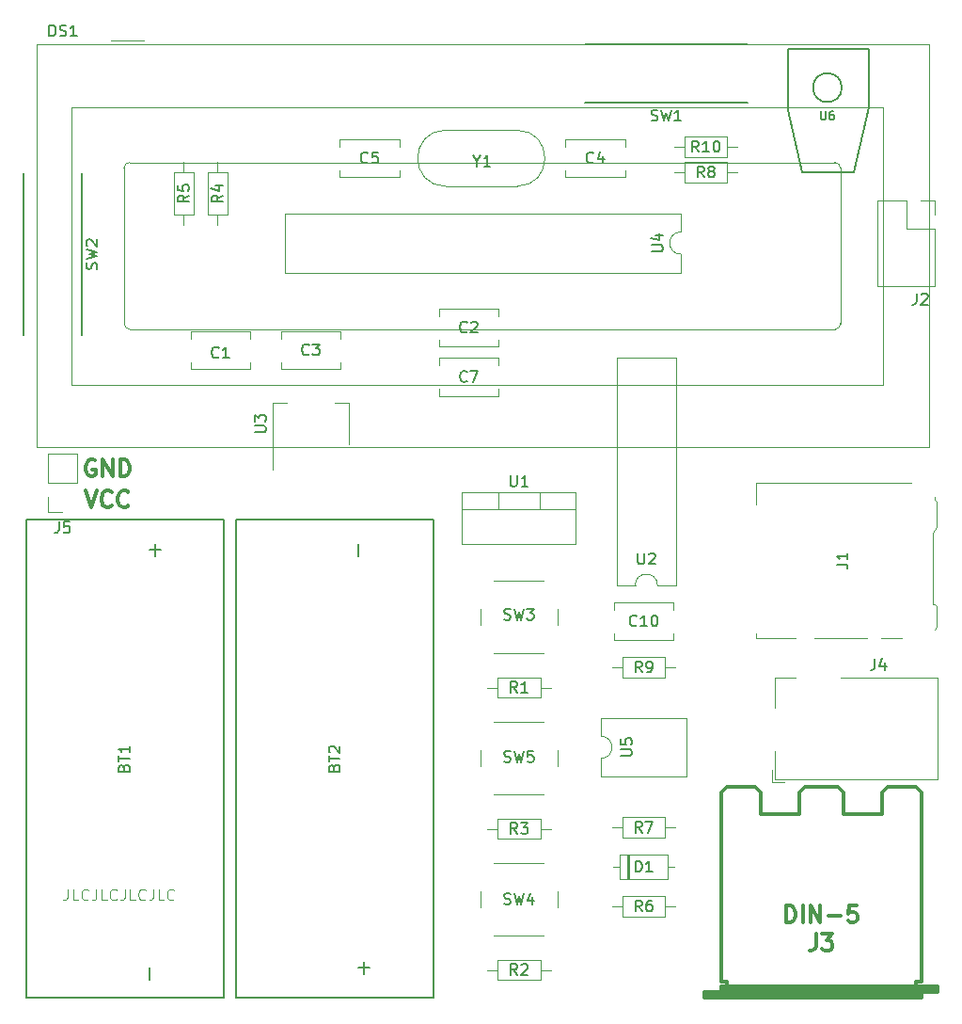
<source format=gbr>
%TF.GenerationSoftware,KiCad,Pcbnew,(6.0.7)*%
%TF.CreationDate,2022-08-03T23:00:46+02:00*%
%TF.ProjectId,SD_interrupter,53445f69-6e74-4657-9272-75707465722e,rev?*%
%TF.SameCoordinates,Original*%
%TF.FileFunction,Legend,Top*%
%TF.FilePolarity,Positive*%
%FSLAX46Y46*%
G04 Gerber Fmt 4.6, Leading zero omitted, Abs format (unit mm)*
G04 Created by KiCad (PCBNEW (6.0.7)) date 2022-08-03 23:00:46*
%MOMM*%
%LPD*%
G01*
G04 APERTURE LIST*
%ADD10C,0.300000*%
%ADD11C,0.125000*%
%ADD12C,0.150000*%
%ADD13C,0.120000*%
%ADD14C,0.127000*%
%ADD15C,0.304800*%
G04 APERTURE END LIST*
D10*
X28575142Y-62750000D02*
X28432285Y-62678571D01*
X28218000Y-62678571D01*
X28003714Y-62750000D01*
X27860857Y-62892857D01*
X27789428Y-63035714D01*
X27718000Y-63321428D01*
X27718000Y-63535714D01*
X27789428Y-63821428D01*
X27860857Y-63964285D01*
X28003714Y-64107142D01*
X28218000Y-64178571D01*
X28360857Y-64178571D01*
X28575142Y-64107142D01*
X28646571Y-64035714D01*
X28646571Y-63535714D01*
X28360857Y-63535714D01*
X29289428Y-64178571D02*
X29289428Y-62678571D01*
X30146571Y-64178571D01*
X30146571Y-62678571D01*
X30860857Y-64178571D02*
X30860857Y-62678571D01*
X31218000Y-62678571D01*
X31432285Y-62750000D01*
X31575142Y-62892857D01*
X31646571Y-63035714D01*
X31718000Y-63321428D01*
X31718000Y-63535714D01*
X31646571Y-63821428D01*
X31575142Y-63964285D01*
X31432285Y-64107142D01*
X31218000Y-64178571D01*
X30860857Y-64178571D01*
X27718000Y-65472571D02*
X28218000Y-66972571D01*
X28718000Y-65472571D01*
X30075142Y-66829714D02*
X30003714Y-66901142D01*
X29789428Y-66972571D01*
X29646571Y-66972571D01*
X29432285Y-66901142D01*
X29289428Y-66758285D01*
X29218000Y-66615428D01*
X29146571Y-66329714D01*
X29146571Y-66115428D01*
X29218000Y-65829714D01*
X29289428Y-65686857D01*
X29432285Y-65544000D01*
X29646571Y-65472571D01*
X29789428Y-65472571D01*
X30003714Y-65544000D01*
X30075142Y-65615428D01*
X31575142Y-66829714D02*
X31503714Y-66901142D01*
X31289428Y-66972571D01*
X31146571Y-66972571D01*
X30932285Y-66901142D01*
X30789428Y-66758285D01*
X30718000Y-66615428D01*
X30646571Y-66329714D01*
X30646571Y-66115428D01*
X30718000Y-65829714D01*
X30789428Y-65686857D01*
X30932285Y-65544000D01*
X31146571Y-65472571D01*
X31289428Y-65472571D01*
X31503714Y-65544000D01*
X31575142Y-65615428D01*
D11*
X26114952Y-101306380D02*
X26114952Y-102020666D01*
X26067333Y-102163523D01*
X25972095Y-102258761D01*
X25829238Y-102306380D01*
X25734000Y-102306380D01*
X27067333Y-102306380D02*
X26591142Y-102306380D01*
X26591142Y-101306380D01*
X27972095Y-102211142D02*
X27924476Y-102258761D01*
X27781619Y-102306380D01*
X27686380Y-102306380D01*
X27543523Y-102258761D01*
X27448285Y-102163523D01*
X27400666Y-102068285D01*
X27353047Y-101877809D01*
X27353047Y-101734952D01*
X27400666Y-101544476D01*
X27448285Y-101449238D01*
X27543523Y-101354000D01*
X27686380Y-101306380D01*
X27781619Y-101306380D01*
X27924476Y-101354000D01*
X27972095Y-101401619D01*
X28686380Y-101306380D02*
X28686380Y-102020666D01*
X28638761Y-102163523D01*
X28543523Y-102258761D01*
X28400666Y-102306380D01*
X28305428Y-102306380D01*
X29638761Y-102306380D02*
X29162571Y-102306380D01*
X29162571Y-101306380D01*
X30543523Y-102211142D02*
X30495904Y-102258761D01*
X30353047Y-102306380D01*
X30257809Y-102306380D01*
X30114952Y-102258761D01*
X30019714Y-102163523D01*
X29972095Y-102068285D01*
X29924476Y-101877809D01*
X29924476Y-101734952D01*
X29972095Y-101544476D01*
X30019714Y-101449238D01*
X30114952Y-101354000D01*
X30257809Y-101306380D01*
X30353047Y-101306380D01*
X30495904Y-101354000D01*
X30543523Y-101401619D01*
X31257809Y-101306380D02*
X31257809Y-102020666D01*
X31210190Y-102163523D01*
X31114952Y-102258761D01*
X30972095Y-102306380D01*
X30876857Y-102306380D01*
X32210190Y-102306380D02*
X31734000Y-102306380D01*
X31734000Y-101306380D01*
X33114952Y-102211142D02*
X33067333Y-102258761D01*
X32924476Y-102306380D01*
X32829238Y-102306380D01*
X32686380Y-102258761D01*
X32591142Y-102163523D01*
X32543523Y-102068285D01*
X32495904Y-101877809D01*
X32495904Y-101734952D01*
X32543523Y-101544476D01*
X32591142Y-101449238D01*
X32686380Y-101354000D01*
X32829238Y-101306380D01*
X32924476Y-101306380D01*
X33067333Y-101354000D01*
X33114952Y-101401619D01*
X33829238Y-101306380D02*
X33829238Y-102020666D01*
X33781619Y-102163523D01*
X33686380Y-102258761D01*
X33543523Y-102306380D01*
X33448285Y-102306380D01*
X34781619Y-102306380D02*
X34305428Y-102306380D01*
X34305428Y-101306380D01*
X35686380Y-102211142D02*
X35638761Y-102258761D01*
X35495904Y-102306380D01*
X35400666Y-102306380D01*
X35257809Y-102258761D01*
X35162571Y-102163523D01*
X35114952Y-102068285D01*
X35067333Y-101877809D01*
X35067333Y-101734952D01*
X35114952Y-101544476D01*
X35162571Y-101449238D01*
X35257809Y-101354000D01*
X35400666Y-101306380D01*
X35495904Y-101306380D01*
X35638761Y-101354000D01*
X35686380Y-101401619D01*
D12*
%TO.C,R6*%
X77811333Y-103322380D02*
X77478000Y-102846190D01*
X77239904Y-103322380D02*
X77239904Y-102322380D01*
X77620857Y-102322380D01*
X77716095Y-102370000D01*
X77763714Y-102417619D01*
X77811333Y-102512857D01*
X77811333Y-102655714D01*
X77763714Y-102750952D01*
X77716095Y-102798571D01*
X77620857Y-102846190D01*
X77239904Y-102846190D01*
X78668476Y-102322380D02*
X78478000Y-102322380D01*
X78382761Y-102370000D01*
X78335142Y-102417619D01*
X78239904Y-102560476D01*
X78192285Y-102750952D01*
X78192285Y-103131904D01*
X78239904Y-103227142D01*
X78287523Y-103274761D01*
X78382761Y-103322380D01*
X78573238Y-103322380D01*
X78668476Y-103274761D01*
X78716095Y-103227142D01*
X78763714Y-103131904D01*
X78763714Y-102893809D01*
X78716095Y-102798571D01*
X78668476Y-102750952D01*
X78573238Y-102703333D01*
X78382761Y-102703333D01*
X78287523Y-102750952D01*
X78239904Y-102798571D01*
X78192285Y-102893809D01*
%TO.C,BT1*%
X31175571Y-90385714D02*
X31223190Y-90242857D01*
X31270809Y-90195238D01*
X31366047Y-90147619D01*
X31508904Y-90147619D01*
X31604142Y-90195238D01*
X31651761Y-90242857D01*
X31699380Y-90338095D01*
X31699380Y-90719047D01*
X30699380Y-90719047D01*
X30699380Y-90385714D01*
X30747000Y-90290476D01*
X30794619Y-90242857D01*
X30889857Y-90195238D01*
X30985095Y-90195238D01*
X31080333Y-90242857D01*
X31127952Y-90290476D01*
X31175571Y-90385714D01*
X31175571Y-90719047D01*
X30699380Y-89861904D02*
X30699380Y-89290476D01*
X31699380Y-89576190D02*
X30699380Y-89576190D01*
X31699380Y-88433333D02*
X31699380Y-89004761D01*
X31699380Y-88719047D02*
X30699380Y-88719047D01*
X30842238Y-88814285D01*
X30937476Y-88909523D01*
X30985095Y-89004761D01*
X34009000Y-71337333D02*
X34009000Y-70270666D01*
X34542333Y-70804000D02*
X33475666Y-70804000D01*
X33501000Y-109437333D02*
X33501000Y-108370666D01*
%TO.C,U2*%
X77460095Y-71080380D02*
X77460095Y-71889904D01*
X77507714Y-71985142D01*
X77555333Y-72032761D01*
X77650571Y-72080380D01*
X77841047Y-72080380D01*
X77936285Y-72032761D01*
X77983904Y-71985142D01*
X78031523Y-71889904D01*
X78031523Y-71080380D01*
X78460095Y-71175619D02*
X78507714Y-71128000D01*
X78602952Y-71080380D01*
X78841047Y-71080380D01*
X78936285Y-71128000D01*
X78983904Y-71175619D01*
X79031523Y-71270857D01*
X79031523Y-71366095D01*
X78983904Y-71508952D01*
X78412476Y-72080380D01*
X79031523Y-72080380D01*
D10*
%TO.C,J3*%
X93480000Y-105350571D02*
X93480000Y-106422000D01*
X93408571Y-106636285D01*
X93265714Y-106779142D01*
X93051428Y-106850571D01*
X92908571Y-106850571D01*
X94051428Y-105350571D02*
X94980000Y-105350571D01*
X94480000Y-105922000D01*
X94694285Y-105922000D01*
X94837142Y-105993428D01*
X94908571Y-106064857D01*
X94980000Y-106207714D01*
X94980000Y-106564857D01*
X94908571Y-106707714D01*
X94837142Y-106779142D01*
X94694285Y-106850571D01*
X94265714Y-106850571D01*
X94122857Y-106779142D01*
X94051428Y-106707714D01*
X90801428Y-104310571D02*
X90801428Y-102810571D01*
X91158571Y-102810571D01*
X91372857Y-102882000D01*
X91515714Y-103024857D01*
X91587142Y-103167714D01*
X91658571Y-103453428D01*
X91658571Y-103667714D01*
X91587142Y-103953428D01*
X91515714Y-104096285D01*
X91372857Y-104239142D01*
X91158571Y-104310571D01*
X90801428Y-104310571D01*
X92301428Y-104310571D02*
X92301428Y-102810571D01*
X93015714Y-104310571D02*
X93015714Y-102810571D01*
X93872857Y-104310571D01*
X93872857Y-102810571D01*
X94587142Y-103739142D02*
X95730000Y-103739142D01*
X97158571Y-102810571D02*
X96444285Y-102810571D01*
X96372857Y-103524857D01*
X96444285Y-103453428D01*
X96587142Y-103382000D01*
X96944285Y-103382000D01*
X97087142Y-103453428D01*
X97158571Y-103524857D01*
X97230000Y-103667714D01*
X97230000Y-104024857D01*
X97158571Y-104167714D01*
X97087142Y-104239142D01*
X96944285Y-104310571D01*
X96587142Y-104310571D01*
X96444285Y-104239142D01*
X96372857Y-104167714D01*
D12*
%TO.C,SW3*%
X65416666Y-77039761D02*
X65559523Y-77087380D01*
X65797619Y-77087380D01*
X65892857Y-77039761D01*
X65940476Y-76992142D01*
X65988095Y-76896904D01*
X65988095Y-76801666D01*
X65940476Y-76706428D01*
X65892857Y-76658809D01*
X65797619Y-76611190D01*
X65607142Y-76563571D01*
X65511904Y-76515952D01*
X65464285Y-76468333D01*
X65416666Y-76373095D01*
X65416666Y-76277857D01*
X65464285Y-76182619D01*
X65511904Y-76135000D01*
X65607142Y-76087380D01*
X65845238Y-76087380D01*
X65988095Y-76135000D01*
X66321428Y-76087380D02*
X66559523Y-77087380D01*
X66750000Y-76373095D01*
X66940476Y-77087380D01*
X67178571Y-76087380D01*
X67464285Y-76087380D02*
X68083333Y-76087380D01*
X67750000Y-76468333D01*
X67892857Y-76468333D01*
X67988095Y-76515952D01*
X68035714Y-76563571D01*
X68083333Y-76658809D01*
X68083333Y-76896904D01*
X68035714Y-76992142D01*
X67988095Y-77039761D01*
X67892857Y-77087380D01*
X67607142Y-77087380D01*
X67511904Y-77039761D01*
X67464285Y-76992142D01*
%TO.C,R3*%
X66583333Y-96337380D02*
X66250000Y-95861190D01*
X66011904Y-96337380D02*
X66011904Y-95337380D01*
X66392857Y-95337380D01*
X66488095Y-95385000D01*
X66535714Y-95432619D01*
X66583333Y-95527857D01*
X66583333Y-95670714D01*
X66535714Y-95765952D01*
X66488095Y-95813571D01*
X66392857Y-95861190D01*
X66011904Y-95861190D01*
X66916666Y-95337380D02*
X67535714Y-95337380D01*
X67202380Y-95718333D01*
X67345238Y-95718333D01*
X67440476Y-95765952D01*
X67488095Y-95813571D01*
X67535714Y-95908809D01*
X67535714Y-96146904D01*
X67488095Y-96242142D01*
X67440476Y-96289761D01*
X67345238Y-96337380D01*
X67059523Y-96337380D01*
X66964285Y-96289761D01*
X66916666Y-96242142D01*
%TO.C,U6*%
X93917699Y-31318803D02*
X93917699Y-31956224D01*
X93955195Y-32031215D01*
X93992690Y-32068710D01*
X94067681Y-32106205D01*
X94217662Y-32106205D01*
X94292653Y-32068710D01*
X94330148Y-32031215D01*
X94367643Y-31956224D01*
X94367643Y-31318803D01*
X95080055Y-31318803D02*
X94930073Y-31318803D01*
X94855083Y-31356299D01*
X94817587Y-31393794D01*
X94742597Y-31506280D01*
X94705101Y-31656261D01*
X94705101Y-31956224D01*
X94742597Y-32031215D01*
X94780092Y-32068710D01*
X94855083Y-32106205D01*
X95005064Y-32106205D01*
X95080055Y-32068710D01*
X95117550Y-32031215D01*
X95155045Y-31956224D01*
X95155045Y-31768747D01*
X95117550Y-31693757D01*
X95080055Y-31656261D01*
X95005064Y-31618766D01*
X94855083Y-31618766D01*
X94780092Y-31656261D01*
X94742597Y-31693757D01*
X94705101Y-31768747D01*
%TO.C,U3*%
X42958380Y-60197904D02*
X43767904Y-60197904D01*
X43863142Y-60150285D01*
X43910761Y-60102666D01*
X43958380Y-60007428D01*
X43958380Y-59816952D01*
X43910761Y-59721714D01*
X43863142Y-59674095D01*
X43767904Y-59626476D01*
X42958380Y-59626476D01*
X42958380Y-59245523D02*
X42958380Y-58626476D01*
X43339333Y-58959809D01*
X43339333Y-58816952D01*
X43386952Y-58721714D01*
X43434571Y-58674095D01*
X43529809Y-58626476D01*
X43767904Y-58626476D01*
X43863142Y-58674095D01*
X43910761Y-58721714D01*
X43958380Y-58816952D01*
X43958380Y-59102666D01*
X43910761Y-59197904D01*
X43863142Y-59245523D01*
%TO.C,J5*%
X25320666Y-68262380D02*
X25320666Y-68976666D01*
X25273047Y-69119523D01*
X25177809Y-69214761D01*
X25034952Y-69262380D01*
X24939714Y-69262380D01*
X26273047Y-68262380D02*
X25796857Y-68262380D01*
X25749238Y-68738571D01*
X25796857Y-68690952D01*
X25892095Y-68643333D01*
X26130190Y-68643333D01*
X26225428Y-68690952D01*
X26273047Y-68738571D01*
X26320666Y-68833809D01*
X26320666Y-69071904D01*
X26273047Y-69167142D01*
X26225428Y-69214761D01*
X26130190Y-69262380D01*
X25892095Y-69262380D01*
X25796857Y-69214761D01*
X25749238Y-69167142D01*
%TO.C,D1*%
X77239904Y-99771580D02*
X77239904Y-98771580D01*
X77478000Y-98771580D01*
X77620857Y-98819200D01*
X77716095Y-98914438D01*
X77763714Y-99009676D01*
X77811333Y-99200152D01*
X77811333Y-99343009D01*
X77763714Y-99533485D01*
X77716095Y-99628723D01*
X77620857Y-99723961D01*
X77478000Y-99771580D01*
X77239904Y-99771580D01*
X78763714Y-99771580D02*
X78192285Y-99771580D01*
X78478000Y-99771580D02*
X78478000Y-98771580D01*
X78382761Y-98914438D01*
X78287523Y-99009676D01*
X78192285Y-99057295D01*
%TO.C,BT2*%
X50093571Y-90385714D02*
X50141190Y-90242857D01*
X50188809Y-90195238D01*
X50284047Y-90147619D01*
X50426904Y-90147619D01*
X50522142Y-90195238D01*
X50569761Y-90242857D01*
X50617380Y-90338095D01*
X50617380Y-90719047D01*
X49617380Y-90719047D01*
X49617380Y-90385714D01*
X49665000Y-90290476D01*
X49712619Y-90242857D01*
X49807857Y-90195238D01*
X49903095Y-90195238D01*
X49998333Y-90242857D01*
X50045952Y-90290476D01*
X50093571Y-90385714D01*
X50093571Y-90719047D01*
X49617380Y-89861904D02*
X49617380Y-89290476D01*
X50617380Y-89576190D02*
X49617380Y-89576190D01*
X49712619Y-89004761D02*
X49665000Y-88957142D01*
X49617380Y-88861904D01*
X49617380Y-88623809D01*
X49665000Y-88528571D01*
X49712619Y-88480952D01*
X49807857Y-88433333D01*
X49903095Y-88433333D01*
X50045952Y-88480952D01*
X50617380Y-89052380D01*
X50617380Y-88433333D01*
X52297000Y-71337333D02*
X52297000Y-70270666D01*
X52805000Y-108929333D02*
X52805000Y-107862666D01*
X53338333Y-108396000D02*
X52271666Y-108396000D01*
%TO.C,R10*%
X82923142Y-34996380D02*
X82589809Y-34520190D01*
X82351714Y-34996380D02*
X82351714Y-33996380D01*
X82732666Y-33996380D01*
X82827904Y-34044000D01*
X82875523Y-34091619D01*
X82923142Y-34186857D01*
X82923142Y-34329714D01*
X82875523Y-34424952D01*
X82827904Y-34472571D01*
X82732666Y-34520190D01*
X82351714Y-34520190D01*
X83875523Y-34996380D02*
X83304095Y-34996380D01*
X83589809Y-34996380D02*
X83589809Y-33996380D01*
X83494571Y-34139238D01*
X83399333Y-34234476D01*
X83304095Y-34282095D01*
X84494571Y-33996380D02*
X84589809Y-33996380D01*
X84685047Y-34044000D01*
X84732666Y-34091619D01*
X84780285Y-34186857D01*
X84827904Y-34377333D01*
X84827904Y-34615428D01*
X84780285Y-34805904D01*
X84732666Y-34901142D01*
X84685047Y-34948761D01*
X84589809Y-34996380D01*
X84494571Y-34996380D01*
X84399333Y-34948761D01*
X84351714Y-34901142D01*
X84304095Y-34805904D01*
X84256476Y-34615428D01*
X84256476Y-34377333D01*
X84304095Y-34186857D01*
X84351714Y-34091619D01*
X84399333Y-34044000D01*
X84494571Y-33996380D01*
%TO.C,C4*%
X73453333Y-35917142D02*
X73405714Y-35964761D01*
X73262857Y-36012380D01*
X73167619Y-36012380D01*
X73024761Y-35964761D01*
X72929523Y-35869523D01*
X72881904Y-35774285D01*
X72834285Y-35583809D01*
X72834285Y-35440952D01*
X72881904Y-35250476D01*
X72929523Y-35155238D01*
X73024761Y-35060000D01*
X73167619Y-35012380D01*
X73262857Y-35012380D01*
X73405714Y-35060000D01*
X73453333Y-35107619D01*
X74310476Y-35345714D02*
X74310476Y-36012380D01*
X74072380Y-34964761D02*
X73834285Y-35679047D01*
X74453333Y-35679047D01*
%TO.C,C10*%
X77335142Y-77573142D02*
X77287523Y-77620761D01*
X77144666Y-77668380D01*
X77049428Y-77668380D01*
X76906571Y-77620761D01*
X76811333Y-77525523D01*
X76763714Y-77430285D01*
X76716095Y-77239809D01*
X76716095Y-77096952D01*
X76763714Y-76906476D01*
X76811333Y-76811238D01*
X76906571Y-76716000D01*
X77049428Y-76668380D01*
X77144666Y-76668380D01*
X77287523Y-76716000D01*
X77335142Y-76763619D01*
X78287523Y-77668380D02*
X77716095Y-77668380D01*
X78001809Y-77668380D02*
X78001809Y-76668380D01*
X77906571Y-76811238D01*
X77811333Y-76906476D01*
X77716095Y-76954095D01*
X78906571Y-76668380D02*
X79001809Y-76668380D01*
X79097047Y-76716000D01*
X79144666Y-76763619D01*
X79192285Y-76858857D01*
X79239904Y-77049333D01*
X79239904Y-77287428D01*
X79192285Y-77477904D01*
X79144666Y-77573142D01*
X79097047Y-77620761D01*
X79001809Y-77668380D01*
X78906571Y-77668380D01*
X78811333Y-77620761D01*
X78763714Y-77573142D01*
X78716095Y-77477904D01*
X78668476Y-77287428D01*
X78668476Y-77049333D01*
X78716095Y-76858857D01*
X78763714Y-76763619D01*
X78811333Y-76716000D01*
X78906571Y-76668380D01*
%TO.C,R8*%
X83399334Y-37282380D02*
X83066001Y-36806190D01*
X82827905Y-37282380D02*
X82827905Y-36282380D01*
X83208858Y-36282380D01*
X83304096Y-36330000D01*
X83351715Y-36377619D01*
X83399334Y-36472857D01*
X83399334Y-36615714D01*
X83351715Y-36710952D01*
X83304096Y-36758571D01*
X83208858Y-36806190D01*
X82827905Y-36806190D01*
X83970762Y-36710952D02*
X83875524Y-36663333D01*
X83827905Y-36615714D01*
X83780286Y-36520476D01*
X83780286Y-36472857D01*
X83827905Y-36377619D01*
X83875524Y-36330000D01*
X83970762Y-36282380D01*
X84161239Y-36282380D01*
X84256477Y-36330000D01*
X84304096Y-36377619D01*
X84351715Y-36472857D01*
X84351715Y-36520476D01*
X84304096Y-36615714D01*
X84256477Y-36663333D01*
X84161239Y-36710952D01*
X83970762Y-36710952D01*
X83875524Y-36758571D01*
X83827905Y-36806190D01*
X83780286Y-36901428D01*
X83780286Y-37091904D01*
X83827905Y-37187142D01*
X83875524Y-37234761D01*
X83970762Y-37282380D01*
X84161239Y-37282380D01*
X84256477Y-37234761D01*
X84304096Y-37187142D01*
X84351715Y-37091904D01*
X84351715Y-36901428D01*
X84304096Y-36806190D01*
X84256477Y-36758571D01*
X84161239Y-36710952D01*
%TO.C,J4*%
X98794666Y-80570380D02*
X98794666Y-81284666D01*
X98747047Y-81427523D01*
X98651809Y-81522761D01*
X98508952Y-81570380D01*
X98413714Y-81570380D01*
X99699428Y-80903714D02*
X99699428Y-81570380D01*
X99461333Y-80522761D02*
X99223238Y-81237047D01*
X99842285Y-81237047D01*
%TO.C,R1*%
X66583333Y-83637380D02*
X66250000Y-83161190D01*
X66011904Y-83637380D02*
X66011904Y-82637380D01*
X66392857Y-82637380D01*
X66488095Y-82685000D01*
X66535714Y-82732619D01*
X66583333Y-82827857D01*
X66583333Y-82970714D01*
X66535714Y-83065952D01*
X66488095Y-83113571D01*
X66392857Y-83161190D01*
X66011904Y-83161190D01*
X67535714Y-83637380D02*
X66964285Y-83637380D01*
X67250000Y-83637380D02*
X67250000Y-82637380D01*
X67154761Y-82780238D01*
X67059523Y-82875476D01*
X66964285Y-82923095D01*
%TO.C,J2*%
X102556666Y-47727380D02*
X102556666Y-48441666D01*
X102509047Y-48584523D01*
X102413809Y-48679761D01*
X102270952Y-48727380D01*
X102175714Y-48727380D01*
X102985238Y-47822619D02*
X103032857Y-47775000D01*
X103128095Y-47727380D01*
X103366190Y-47727380D01*
X103461428Y-47775000D01*
X103509047Y-47822619D01*
X103556666Y-47917857D01*
X103556666Y-48013095D01*
X103509047Y-48155952D01*
X102937619Y-48727380D01*
X103556666Y-48727380D01*
%TO.C,SW1*%
X78676666Y-32154761D02*
X78819523Y-32202380D01*
X79057619Y-32202380D01*
X79152857Y-32154761D01*
X79200476Y-32107142D01*
X79248095Y-32011904D01*
X79248095Y-31916666D01*
X79200476Y-31821428D01*
X79152857Y-31773809D01*
X79057619Y-31726190D01*
X78867142Y-31678571D01*
X78771904Y-31630952D01*
X78724285Y-31583333D01*
X78676666Y-31488095D01*
X78676666Y-31392857D01*
X78724285Y-31297619D01*
X78771904Y-31250000D01*
X78867142Y-31202380D01*
X79105238Y-31202380D01*
X79248095Y-31250000D01*
X79581428Y-31202380D02*
X79819523Y-32202380D01*
X80010000Y-31488095D01*
X80200476Y-32202380D01*
X80438571Y-31202380D01*
X81343333Y-32202380D02*
X80771904Y-32202380D01*
X81057619Y-32202380D02*
X81057619Y-31202380D01*
X80962380Y-31345238D01*
X80867142Y-31440476D01*
X80771904Y-31488095D01*
%TO.C,Y1*%
X62973809Y-35798690D02*
X62973809Y-36274880D01*
X62640476Y-35274880D02*
X62973809Y-35798690D01*
X63307142Y-35274880D01*
X64164285Y-36274880D02*
X63592857Y-36274880D01*
X63878571Y-36274880D02*
X63878571Y-35274880D01*
X63783333Y-35417738D01*
X63688095Y-35512976D01*
X63592857Y-35560595D01*
%TO.C,R2*%
X66583333Y-109037380D02*
X66250000Y-108561190D01*
X66011904Y-109037380D02*
X66011904Y-108037380D01*
X66392857Y-108037380D01*
X66488095Y-108085000D01*
X66535714Y-108132619D01*
X66583333Y-108227857D01*
X66583333Y-108370714D01*
X66535714Y-108465952D01*
X66488095Y-108513571D01*
X66392857Y-108561190D01*
X66011904Y-108561190D01*
X66964285Y-108132619D02*
X67011904Y-108085000D01*
X67107142Y-108037380D01*
X67345238Y-108037380D01*
X67440476Y-108085000D01*
X67488095Y-108132619D01*
X67535714Y-108227857D01*
X67535714Y-108323095D01*
X67488095Y-108465952D01*
X66916666Y-109037380D01*
X67535714Y-109037380D01*
%TO.C,U4*%
X78700380Y-43951904D02*
X79509904Y-43951904D01*
X79605142Y-43904285D01*
X79652761Y-43856666D01*
X79700380Y-43761428D01*
X79700380Y-43570952D01*
X79652761Y-43475714D01*
X79605142Y-43428095D01*
X79509904Y-43380476D01*
X78700380Y-43380476D01*
X79033714Y-42475714D02*
X79700380Y-42475714D01*
X78652761Y-42713809D02*
X79367047Y-42951904D01*
X79367047Y-42332857D01*
%TO.C,C2*%
X62063333Y-51157142D02*
X62015714Y-51204761D01*
X61872857Y-51252380D01*
X61777619Y-51252380D01*
X61634761Y-51204761D01*
X61539523Y-51109523D01*
X61491904Y-51014285D01*
X61444285Y-50823809D01*
X61444285Y-50680952D01*
X61491904Y-50490476D01*
X61539523Y-50395238D01*
X61634761Y-50300000D01*
X61777619Y-50252380D01*
X61872857Y-50252380D01*
X62015714Y-50300000D01*
X62063333Y-50347619D01*
X62444285Y-50347619D02*
X62491904Y-50300000D01*
X62587142Y-50252380D01*
X62825238Y-50252380D01*
X62920476Y-50300000D01*
X62968095Y-50347619D01*
X63015714Y-50442857D01*
X63015714Y-50538095D01*
X62968095Y-50680952D01*
X62396666Y-51252380D01*
X63015714Y-51252380D01*
%TO.C,C7*%
X62063333Y-55602142D02*
X62015714Y-55649761D01*
X61872857Y-55697380D01*
X61777619Y-55697380D01*
X61634761Y-55649761D01*
X61539523Y-55554523D01*
X61491904Y-55459285D01*
X61444285Y-55268809D01*
X61444285Y-55125952D01*
X61491904Y-54935476D01*
X61539523Y-54840238D01*
X61634761Y-54745000D01*
X61777619Y-54697380D01*
X61872857Y-54697380D01*
X62015714Y-54745000D01*
X62063333Y-54792619D01*
X62396666Y-54697380D02*
X63063333Y-54697380D01*
X62634761Y-55697380D01*
%TO.C,R4*%
X40076380Y-38901666D02*
X39600190Y-39235000D01*
X40076380Y-39473095D02*
X39076380Y-39473095D01*
X39076380Y-39092142D01*
X39124000Y-38996904D01*
X39171619Y-38949285D01*
X39266857Y-38901666D01*
X39409714Y-38901666D01*
X39504952Y-38949285D01*
X39552571Y-38996904D01*
X39600190Y-39092142D01*
X39600190Y-39473095D01*
X39409714Y-38044523D02*
X40076380Y-38044523D01*
X39028761Y-38282619D02*
X39743047Y-38520714D01*
X39743047Y-37901666D01*
%TO.C,R7*%
X77811333Y-96220780D02*
X77478000Y-95744590D01*
X77239904Y-96220780D02*
X77239904Y-95220780D01*
X77620857Y-95220780D01*
X77716095Y-95268400D01*
X77763714Y-95316019D01*
X77811333Y-95411257D01*
X77811333Y-95554114D01*
X77763714Y-95649352D01*
X77716095Y-95696971D01*
X77620857Y-95744590D01*
X77239904Y-95744590D01*
X78144666Y-95220780D02*
X78811333Y-95220780D01*
X78382761Y-96220780D01*
%TO.C,SW4*%
X65416666Y-102639761D02*
X65559523Y-102687380D01*
X65797619Y-102687380D01*
X65892857Y-102639761D01*
X65940476Y-102592142D01*
X65988095Y-102496904D01*
X65988095Y-102401666D01*
X65940476Y-102306428D01*
X65892857Y-102258809D01*
X65797619Y-102211190D01*
X65607142Y-102163571D01*
X65511904Y-102115952D01*
X65464285Y-102068333D01*
X65416666Y-101973095D01*
X65416666Y-101877857D01*
X65464285Y-101782619D01*
X65511904Y-101735000D01*
X65607142Y-101687380D01*
X65845238Y-101687380D01*
X65988095Y-101735000D01*
X66321428Y-101687380D02*
X66559523Y-102687380D01*
X66750000Y-101973095D01*
X66940476Y-102687380D01*
X67178571Y-101687380D01*
X67988095Y-102020714D02*
X67988095Y-102687380D01*
X67750000Y-101639761D02*
X67511904Y-102354047D01*
X68130952Y-102354047D01*
%TO.C,J1*%
X95337380Y-72088333D02*
X96051666Y-72088333D01*
X96194523Y-72135952D01*
X96289761Y-72231190D01*
X96337380Y-72374047D01*
X96337380Y-72469285D01*
X96337380Y-71088333D02*
X96337380Y-71659761D01*
X96337380Y-71374047D02*
X95337380Y-71374047D01*
X95480238Y-71469285D01*
X95575476Y-71564523D01*
X95623095Y-71659761D01*
%TO.C,SW5*%
X65416666Y-89839761D02*
X65559523Y-89887380D01*
X65797619Y-89887380D01*
X65892857Y-89839761D01*
X65940476Y-89792142D01*
X65988095Y-89696904D01*
X65988095Y-89601666D01*
X65940476Y-89506428D01*
X65892857Y-89458809D01*
X65797619Y-89411190D01*
X65607142Y-89363571D01*
X65511904Y-89315952D01*
X65464285Y-89268333D01*
X65416666Y-89173095D01*
X65416666Y-89077857D01*
X65464285Y-88982619D01*
X65511904Y-88935000D01*
X65607142Y-88887380D01*
X65845238Y-88887380D01*
X65988095Y-88935000D01*
X66321428Y-88887380D02*
X66559523Y-89887380D01*
X66750000Y-89173095D01*
X66940476Y-89887380D01*
X67178571Y-88887380D01*
X68035714Y-88887380D02*
X67559523Y-88887380D01*
X67511904Y-89363571D01*
X67559523Y-89315952D01*
X67654761Y-89268333D01*
X67892857Y-89268333D01*
X67988095Y-89315952D01*
X68035714Y-89363571D01*
X68083333Y-89458809D01*
X68083333Y-89696904D01*
X68035714Y-89792142D01*
X67988095Y-89839761D01*
X67892857Y-89887380D01*
X67654761Y-89887380D01*
X67559523Y-89839761D01*
X67511904Y-89792142D01*
%TO.C,R5*%
X37028380Y-38901666D02*
X36552190Y-39235000D01*
X37028380Y-39473095D02*
X36028380Y-39473095D01*
X36028380Y-39092142D01*
X36076000Y-38996904D01*
X36123619Y-38949285D01*
X36218857Y-38901666D01*
X36361714Y-38901666D01*
X36456952Y-38949285D01*
X36504571Y-38996904D01*
X36552190Y-39092142D01*
X36552190Y-39473095D01*
X36028380Y-37996904D02*
X36028380Y-38473095D01*
X36504571Y-38520714D01*
X36456952Y-38473095D01*
X36409333Y-38377857D01*
X36409333Y-38139761D01*
X36456952Y-38044523D01*
X36504571Y-37996904D01*
X36599809Y-37949285D01*
X36837904Y-37949285D01*
X36933142Y-37996904D01*
X36980761Y-38044523D01*
X37028380Y-38139761D01*
X37028380Y-38377857D01*
X36980761Y-38473095D01*
X36933142Y-38520714D01*
%TO.C,DS1*%
X24461714Y-24582380D02*
X24461714Y-23582380D01*
X24699809Y-23582380D01*
X24842666Y-23630000D01*
X24937904Y-23725238D01*
X24985523Y-23820476D01*
X25033142Y-24010952D01*
X25033142Y-24153809D01*
X24985523Y-24344285D01*
X24937904Y-24439523D01*
X24842666Y-24534761D01*
X24699809Y-24582380D01*
X24461714Y-24582380D01*
X25414095Y-24534761D02*
X25556952Y-24582380D01*
X25795047Y-24582380D01*
X25890285Y-24534761D01*
X25937904Y-24487142D01*
X25985523Y-24391904D01*
X25985523Y-24296666D01*
X25937904Y-24201428D01*
X25890285Y-24153809D01*
X25795047Y-24106190D01*
X25604571Y-24058571D01*
X25509333Y-24010952D01*
X25461714Y-23963333D01*
X25414095Y-23868095D01*
X25414095Y-23772857D01*
X25461714Y-23677619D01*
X25509333Y-23630000D01*
X25604571Y-23582380D01*
X25842666Y-23582380D01*
X25985523Y-23630000D01*
X26937904Y-24582380D02*
X26366476Y-24582380D01*
X26652190Y-24582380D02*
X26652190Y-23582380D01*
X26556952Y-23725238D01*
X26461714Y-23820476D01*
X26366476Y-23868095D01*
%TO.C,R9*%
X77811333Y-81819180D02*
X77478000Y-81342990D01*
X77239904Y-81819180D02*
X77239904Y-80819180D01*
X77620857Y-80819180D01*
X77716095Y-80866800D01*
X77763714Y-80914419D01*
X77811333Y-81009657D01*
X77811333Y-81152514D01*
X77763714Y-81247752D01*
X77716095Y-81295371D01*
X77620857Y-81342990D01*
X77239904Y-81342990D01*
X78287523Y-81819180D02*
X78478000Y-81819180D01*
X78573238Y-81771561D01*
X78620857Y-81723942D01*
X78716095Y-81581085D01*
X78763714Y-81390609D01*
X78763714Y-81009657D01*
X78716095Y-80914419D01*
X78668476Y-80866800D01*
X78573238Y-80819180D01*
X78382761Y-80819180D01*
X78287523Y-80866800D01*
X78239904Y-80914419D01*
X78192285Y-81009657D01*
X78192285Y-81247752D01*
X78239904Y-81342990D01*
X78287523Y-81390609D01*
X78382761Y-81438228D01*
X78573238Y-81438228D01*
X78668476Y-81390609D01*
X78716095Y-81342990D01*
X78763714Y-81247752D01*
%TO.C,C5*%
X53133333Y-35917142D02*
X53085714Y-35964761D01*
X52942857Y-36012380D01*
X52847619Y-36012380D01*
X52704761Y-35964761D01*
X52609523Y-35869523D01*
X52561904Y-35774285D01*
X52514285Y-35583809D01*
X52514285Y-35440952D01*
X52561904Y-35250476D01*
X52609523Y-35155238D01*
X52704761Y-35060000D01*
X52847619Y-35012380D01*
X52942857Y-35012380D01*
X53085714Y-35060000D01*
X53133333Y-35107619D01*
X54038095Y-35012380D02*
X53561904Y-35012380D01*
X53514285Y-35488571D01*
X53561904Y-35440952D01*
X53657142Y-35393333D01*
X53895238Y-35393333D01*
X53990476Y-35440952D01*
X54038095Y-35488571D01*
X54085714Y-35583809D01*
X54085714Y-35821904D01*
X54038095Y-35917142D01*
X53990476Y-35964761D01*
X53895238Y-36012380D01*
X53657142Y-36012380D01*
X53561904Y-35964761D01*
X53514285Y-35917142D01*
%TO.C,SW2*%
X28725761Y-45529333D02*
X28773380Y-45386476D01*
X28773380Y-45148380D01*
X28725761Y-45053142D01*
X28678142Y-45005523D01*
X28582904Y-44957904D01*
X28487666Y-44957904D01*
X28392428Y-45005523D01*
X28344809Y-45053142D01*
X28297190Y-45148380D01*
X28249571Y-45338857D01*
X28201952Y-45434095D01*
X28154333Y-45481714D01*
X28059095Y-45529333D01*
X27963857Y-45529333D01*
X27868619Y-45481714D01*
X27821000Y-45434095D01*
X27773380Y-45338857D01*
X27773380Y-45100761D01*
X27821000Y-44957904D01*
X27773380Y-44624571D02*
X28773380Y-44386476D01*
X28059095Y-44196000D01*
X28773380Y-44005523D01*
X27773380Y-43767428D01*
X27868619Y-43434095D02*
X27821000Y-43386476D01*
X27773380Y-43291238D01*
X27773380Y-43053142D01*
X27821000Y-42957904D01*
X27868619Y-42910285D01*
X27963857Y-42862666D01*
X28059095Y-42862666D01*
X28201952Y-42910285D01*
X28773380Y-43481714D01*
X28773380Y-42862666D01*
%TO.C,U1*%
X65988095Y-64072380D02*
X65988095Y-64881904D01*
X66035714Y-64977142D01*
X66083333Y-65024761D01*
X66178571Y-65072380D01*
X66369047Y-65072380D01*
X66464285Y-65024761D01*
X66511904Y-64977142D01*
X66559523Y-64881904D01*
X66559523Y-64072380D01*
X67559523Y-65072380D02*
X66988095Y-65072380D01*
X67273809Y-65072380D02*
X67273809Y-64072380D01*
X67178571Y-64215238D01*
X67083333Y-64310476D01*
X66988095Y-64358095D01*
%TO.C,C3*%
X47839333Y-53189142D02*
X47791714Y-53236761D01*
X47648857Y-53284380D01*
X47553619Y-53284380D01*
X47410761Y-53236761D01*
X47315523Y-53141523D01*
X47267904Y-53046285D01*
X47220285Y-52855809D01*
X47220285Y-52712952D01*
X47267904Y-52522476D01*
X47315523Y-52427238D01*
X47410761Y-52332000D01*
X47553619Y-52284380D01*
X47648857Y-52284380D01*
X47791714Y-52332000D01*
X47839333Y-52379619D01*
X48172666Y-52284380D02*
X48791714Y-52284380D01*
X48458380Y-52665333D01*
X48601238Y-52665333D01*
X48696476Y-52712952D01*
X48744095Y-52760571D01*
X48791714Y-52855809D01*
X48791714Y-53093904D01*
X48744095Y-53189142D01*
X48696476Y-53236761D01*
X48601238Y-53284380D01*
X48315523Y-53284380D01*
X48220285Y-53236761D01*
X48172666Y-53189142D01*
%TO.C,C1*%
X39711333Y-53443142D02*
X39663714Y-53490761D01*
X39520857Y-53538380D01*
X39425619Y-53538380D01*
X39282761Y-53490761D01*
X39187523Y-53395523D01*
X39139904Y-53300285D01*
X39092285Y-53109809D01*
X39092285Y-52966952D01*
X39139904Y-52776476D01*
X39187523Y-52681238D01*
X39282761Y-52586000D01*
X39425619Y-52538380D01*
X39520857Y-52538380D01*
X39663714Y-52586000D01*
X39711333Y-52633619D01*
X40663714Y-53538380D02*
X40092285Y-53538380D01*
X40378000Y-53538380D02*
X40378000Y-52538380D01*
X40282761Y-52681238D01*
X40187523Y-52776476D01*
X40092285Y-52824095D01*
%TO.C,U5*%
X75906380Y-89319504D02*
X76715904Y-89319504D01*
X76811142Y-89271885D01*
X76858761Y-89224266D01*
X76906380Y-89129028D01*
X76906380Y-88938552D01*
X76858761Y-88843314D01*
X76811142Y-88795695D01*
X76715904Y-88748076D01*
X75906380Y-88748076D01*
X75906380Y-87795695D02*
X75906380Y-88271885D01*
X76382571Y-88319504D01*
X76334952Y-88271885D01*
X76287333Y-88176647D01*
X76287333Y-87938552D01*
X76334952Y-87843314D01*
X76382571Y-87795695D01*
X76477809Y-87748076D01*
X76715904Y-87748076D01*
X76811142Y-87795695D01*
X76858761Y-87843314D01*
X76906380Y-87938552D01*
X76906380Y-88176647D01*
X76858761Y-88271885D01*
X76811142Y-88319504D01*
D13*
%TO.C,R6*%
X79898000Y-101950000D02*
X76058000Y-101950000D01*
X76058000Y-101950000D02*
X76058000Y-103790000D01*
X80848000Y-102870000D02*
X79898000Y-102870000D01*
X76058000Y-103790000D02*
X79898000Y-103790000D01*
X79898000Y-103790000D02*
X79898000Y-101950000D01*
X75108000Y-102870000D02*
X76058000Y-102870000D01*
D14*
%TO.C,BT1*%
X22357000Y-111100000D02*
X22357000Y-68100000D01*
X40137000Y-111100000D02*
X22357000Y-111100000D01*
X40137000Y-68100000D02*
X40137000Y-111100000D01*
X22357000Y-68100000D02*
X40137000Y-68100000D01*
D13*
%TO.C,U2*%
X75572000Y-73974000D02*
X77222000Y-73974000D01*
X79222000Y-73974000D02*
X80872000Y-73974000D01*
X80872000Y-73974000D02*
X80872000Y-53534000D01*
X80872000Y-53534000D02*
X75572000Y-53534000D01*
X75572000Y-53534000D02*
X75572000Y-73974000D01*
X79222000Y-73974000D02*
G75*
G03*
X77222000Y-73974000I-1000000J0D01*
G01*
D15*
%TO.C,J3*%
X84980780Y-92600780D02*
X85481160Y-92100400D01*
X91981020Y-92600780D02*
X91981020Y-94599760D01*
X95978980Y-92600780D02*
X95978980Y-94599760D01*
X102979220Y-109601000D02*
X102478840Y-109601000D01*
X87980520Y-92100400D02*
X88480900Y-92600780D01*
X92478860Y-92100400D02*
X91981020Y-92600780D01*
X92478860Y-92100400D02*
X95481140Y-92100400D01*
X88480900Y-92600780D02*
X88480900Y-94599760D01*
X102979220Y-92600780D02*
X102979220Y-109601000D01*
X83479640Y-110599220D02*
X84980780Y-110599220D01*
X83479640Y-111099600D02*
X83479640Y-110599220D01*
X102979220Y-110599220D02*
X84980780Y-110599220D01*
X102478840Y-110098840D02*
X102478840Y-109601000D01*
X83479640Y-110850680D02*
X102979220Y-110850680D01*
X104480360Y-110599220D02*
X102979220Y-110599220D01*
X84980780Y-110599220D02*
X84980780Y-110098840D01*
X100479860Y-92100400D02*
X99979480Y-92100400D01*
X104480360Y-110098840D02*
X104480360Y-110599220D01*
X84980780Y-92600780D02*
X84980780Y-109601000D01*
X88480900Y-94599760D02*
X91981020Y-94599760D01*
X102478840Y-92100400D02*
X100479860Y-92100400D01*
X84980780Y-110098840D02*
X104480360Y-110098840D01*
X95481140Y-92100400D02*
X95978980Y-92600780D01*
X99979480Y-92100400D02*
X99479100Y-92600780D01*
X85481160Y-92100400D02*
X87980520Y-92100400D01*
X84980780Y-109601000D02*
X85481160Y-109601000D01*
X99479100Y-92600780D02*
X99479100Y-94599760D01*
X99479100Y-94599760D02*
X95978980Y-94599760D01*
X84980780Y-110350300D02*
X104480360Y-110350300D01*
X102979220Y-111099600D02*
X83479640Y-111099600D01*
X102979220Y-92600780D02*
X102478840Y-92100400D01*
X102979220Y-110599220D02*
X102979220Y-111099600D01*
X85481160Y-109601000D02*
X85481160Y-110098840D01*
D13*
%TO.C,SW3*%
X63250000Y-76085000D02*
X63250000Y-77585000D01*
X64500000Y-80085000D02*
X69000000Y-80085000D01*
X69000000Y-73585000D02*
X64500000Y-73585000D01*
X70250000Y-77585000D02*
X70250000Y-76085000D01*
%TO.C,R3*%
X63880000Y-95885000D02*
X64830000Y-95885000D01*
X69620000Y-95885000D02*
X68670000Y-95885000D01*
X68670000Y-94965000D02*
X64830000Y-94965000D01*
X68670000Y-96805000D02*
X68670000Y-94965000D01*
X64830000Y-96805000D02*
X68670000Y-96805000D01*
X64830000Y-94965000D02*
X64830000Y-96805000D01*
D14*
%TO.C,U6*%
X92217625Y-36810000D02*
X96917625Y-36810000D01*
X91017625Y-25710000D02*
X91017625Y-31210000D01*
X91017625Y-31210000D02*
X92217625Y-36810000D01*
X98217625Y-25710000D02*
X98217625Y-31010000D01*
X91017625Y-25710000D02*
X98217625Y-25710000D01*
X96917625Y-36810000D02*
X98217625Y-31010000D01*
X95817625Y-29210000D02*
G75*
G03*
X95817625Y-29210000I-1300000J0D01*
G01*
D13*
%TO.C,U3*%
X51416000Y-57526000D02*
X50156000Y-57526000D01*
X44596000Y-57526000D02*
X45856000Y-57526000D01*
X44596000Y-63536000D02*
X44596000Y-57526000D01*
X51416000Y-61286000D02*
X51416000Y-57526000D01*
%TO.C,J5*%
X26984000Y-62170000D02*
X24324000Y-62170000D01*
X25654000Y-67370000D02*
X24324000Y-67370000D01*
X24324000Y-64770000D02*
X24324000Y-62170000D01*
X26984000Y-64770000D02*
X26984000Y-62170000D01*
X26984000Y-64770000D02*
X24324000Y-64770000D01*
X24324000Y-67370000D02*
X24324000Y-66040000D01*
%TO.C,D1*%
X76698000Y-98199200D02*
X76698000Y-100439200D01*
X76458000Y-98199200D02*
X76458000Y-100439200D01*
X75858000Y-98199200D02*
X75858000Y-100439200D01*
X80098000Y-100439200D02*
X80098000Y-98199200D01*
X75208000Y-99319200D02*
X75858000Y-99319200D01*
X80098000Y-98199200D02*
X75858000Y-98199200D01*
X80748000Y-99319200D02*
X80098000Y-99319200D01*
X75858000Y-100439200D02*
X80098000Y-100439200D01*
X76578000Y-98199200D02*
X76578000Y-100439200D01*
D14*
%TO.C,BT2*%
X59055000Y-111100000D02*
X41275000Y-111100000D01*
X59055000Y-68100000D02*
X59055000Y-111100000D01*
X41275000Y-68100000D02*
X59055000Y-68100000D01*
X41275000Y-111100000D02*
X41275000Y-68100000D01*
D13*
%TO.C,R10*%
X80696000Y-34544000D02*
X81646000Y-34544000D01*
X86436000Y-34544000D02*
X85486000Y-34544000D01*
X81646000Y-33624000D02*
X81646000Y-35464000D01*
X85486000Y-33624000D02*
X81646000Y-33624000D01*
X81646000Y-35464000D02*
X85486000Y-35464000D01*
X85486000Y-35464000D02*
X85486000Y-33624000D01*
%TO.C,C4*%
X70950000Y-36615000D02*
X70950000Y-37281000D01*
X76290000Y-33839000D02*
X76290000Y-34505000D01*
X70950000Y-33839000D02*
X70950000Y-34505000D01*
X70950000Y-37281000D02*
X76290000Y-37281000D01*
X76290000Y-36615000D02*
X76290000Y-37281000D01*
X70950000Y-33839000D02*
X76290000Y-33839000D01*
%TO.C,C10*%
X80648000Y-78271000D02*
X80648000Y-78937000D01*
X75308000Y-78271000D02*
X75308000Y-78937000D01*
X75308000Y-75495000D02*
X80648000Y-75495000D01*
X80648000Y-75495000D02*
X80648000Y-76161000D01*
X75308000Y-75495000D02*
X75308000Y-76161000D01*
X75308000Y-78937000D02*
X80648000Y-78937000D01*
%TO.C,R8*%
X81646000Y-37750000D02*
X85486000Y-37750000D01*
X86436000Y-36830000D02*
X85486000Y-36830000D01*
X80696000Y-36830000D02*
X81646000Y-36830000D01*
X85486000Y-37750000D02*
X85486000Y-35910000D01*
X81646000Y-35910000D02*
X81646000Y-37750000D01*
X85486000Y-35910000D02*
X81646000Y-35910000D01*
%TO.C,J4*%
X104478000Y-91468000D02*
X89778000Y-91468000D01*
X104478000Y-82268000D02*
X104478000Y-91468000D01*
X89778000Y-84968000D02*
X89778000Y-82268000D01*
X90628000Y-91668000D02*
X89578000Y-91668000D01*
X95678000Y-82268000D02*
X104478000Y-82268000D01*
X89778000Y-91468000D02*
X89778000Y-88868000D01*
X89778000Y-82268000D02*
X91678000Y-82268000D01*
X89578000Y-90618000D02*
X89578000Y-91668000D01*
%TO.C,R1*%
X64830000Y-82265000D02*
X64830000Y-84105000D01*
X68670000Y-82265000D02*
X64830000Y-82265000D01*
X64830000Y-84105000D02*
X68670000Y-84105000D01*
X69620000Y-83185000D02*
X68670000Y-83185000D01*
X68670000Y-84105000D02*
X68670000Y-82265000D01*
X63880000Y-83185000D02*
X64830000Y-83185000D01*
%TO.C,J2*%
X102890000Y-39325000D02*
X104220000Y-39325000D01*
X99020000Y-39325000D02*
X99020000Y-47065000D01*
X101620000Y-39325000D02*
X101620000Y-41925000D01*
X104220000Y-41925000D02*
X104220000Y-47065000D01*
X99020000Y-47065000D02*
X104220000Y-47065000D01*
X104220000Y-39325000D02*
X104220000Y-40655000D01*
X101620000Y-41925000D02*
X104220000Y-41925000D01*
X99020000Y-39325000D02*
X101620000Y-39325000D01*
D12*
%TO.C,SW1*%
X72710000Y-25340000D02*
X87310000Y-25340000D01*
X72710000Y-30540000D02*
X87310000Y-30540000D01*
D13*
%TO.C,Y1*%
X60160000Y-33035000D02*
X66560000Y-33035000D01*
X60160000Y-38085000D02*
X66560000Y-38085000D01*
X60160000Y-33035000D02*
G75*
G03*
X60160000Y-38085000I0J-2525000D01*
G01*
X66560000Y-38085000D02*
G75*
G03*
X66560000Y-33035000I0J2525000D01*
G01*
%TO.C,R2*%
X69620000Y-108585000D02*
X68670000Y-108585000D01*
X68670000Y-107665000D02*
X64830000Y-107665000D01*
X63880000Y-108585000D02*
X64830000Y-108585000D01*
X64830000Y-109505000D02*
X68670000Y-109505000D01*
X68670000Y-109505000D02*
X68670000Y-107665000D01*
X64830000Y-107665000D02*
X64830000Y-109505000D01*
%TO.C,U4*%
X45650000Y-40540000D02*
X45650000Y-45840000D01*
X81330000Y-42190000D02*
X81330000Y-40540000D01*
X81330000Y-40540000D02*
X45650000Y-40540000D01*
X81330000Y-45840000D02*
X81330000Y-44190000D01*
X45650000Y-45840000D02*
X81330000Y-45840000D01*
X81330000Y-42190000D02*
G75*
G03*
X81330000Y-44190000I0J-1000000D01*
G01*
%TO.C,C2*%
X64900000Y-51855000D02*
X64900000Y-52521000D01*
X59560000Y-51855000D02*
X59560000Y-52521000D01*
X59560000Y-52521000D02*
X64900000Y-52521000D01*
X64900000Y-49079000D02*
X64900000Y-49745000D01*
X59560000Y-49079000D02*
X59560000Y-49745000D01*
X59560000Y-49079000D02*
X64900000Y-49079000D01*
%TO.C,C7*%
X59560000Y-56300000D02*
X59560000Y-56966000D01*
X59560000Y-53524000D02*
X59560000Y-54190000D01*
X64900000Y-53524000D02*
X64900000Y-54190000D01*
X59560000Y-53524000D02*
X64900000Y-53524000D01*
X64900000Y-56300000D02*
X64900000Y-56966000D01*
X59560000Y-56966000D02*
X64900000Y-56966000D01*
%TO.C,R4*%
X40544000Y-40655000D02*
X40544000Y-36815000D01*
X39624000Y-41605000D02*
X39624000Y-40655000D01*
X38704000Y-36815000D02*
X38704000Y-40655000D01*
X39624000Y-35865000D02*
X39624000Y-36815000D01*
X40544000Y-36815000D02*
X38704000Y-36815000D01*
X38704000Y-40655000D02*
X40544000Y-40655000D01*
%TO.C,R7*%
X79898000Y-96688400D02*
X79898000Y-94848400D01*
X76058000Y-94848400D02*
X76058000Y-96688400D01*
X76058000Y-96688400D02*
X79898000Y-96688400D01*
X75108000Y-95768400D02*
X76058000Y-95768400D01*
X79898000Y-94848400D02*
X76058000Y-94848400D01*
X80848000Y-95768400D02*
X79898000Y-95768400D01*
%TO.C,SW4*%
X63250000Y-101485000D02*
X63250000Y-102985000D01*
X70250000Y-102985000D02*
X70250000Y-101485000D01*
X69000000Y-98985000D02*
X64500000Y-98985000D01*
X64500000Y-105485000D02*
X69000000Y-105485000D01*
%TO.C,J1*%
X103995000Y-75660000D02*
X103995000Y-69290000D01*
X99385000Y-78760000D02*
X101185000Y-78760000D01*
X104345000Y-77730000D02*
X104345000Y-75870000D01*
X104345000Y-75870000D02*
X104145000Y-75660000D01*
X104345000Y-66470000D02*
X104145000Y-66270000D01*
X104345000Y-66470000D02*
X104345000Y-68780000D01*
X88075000Y-78760000D02*
X91685000Y-78760000D01*
X88075000Y-64790000D02*
X102085000Y-64790000D01*
X93385000Y-78760000D02*
X98085000Y-78760000D01*
X104345000Y-68780000D02*
X103995000Y-69290000D01*
X104145000Y-66270000D02*
X104145000Y-66010000D01*
X88075000Y-66710000D02*
X88075000Y-64790000D01*
X103995000Y-75660000D02*
X104145000Y-75660000D01*
X104345000Y-77730000D02*
X104145000Y-77930000D01*
X88075000Y-78310000D02*
X88075000Y-78760000D01*
%TO.C,SW5*%
X64500000Y-92785000D02*
X69000000Y-92785000D01*
X70250000Y-90285000D02*
X70250000Y-88785000D01*
X69000000Y-86285000D02*
X64500000Y-86285000D01*
X63250000Y-88785000D02*
X63250000Y-90285000D01*
%TO.C,R5*%
X37496000Y-36815000D02*
X35656000Y-36815000D01*
X35656000Y-36815000D02*
X35656000Y-40655000D01*
X37496000Y-40655000D02*
X37496000Y-36815000D01*
X35656000Y-40655000D02*
X37496000Y-40655000D01*
X36576000Y-35865000D02*
X36576000Y-36815000D01*
X36576000Y-41605000D02*
X36576000Y-40655000D01*
%TO.C,DS1*%
X103636000Y-61580000D02*
X103636000Y-25300000D01*
X31196280Y-50439320D02*
X31196280Y-36440000D01*
X99496000Y-30940000D02*
X99496000Y-55940000D01*
X26496000Y-55940000D02*
X26496000Y-30940000D01*
X29996000Y-24940000D02*
X32996000Y-24940000D01*
X31696000Y-35940000D02*
X95196000Y-35940000D01*
X26496000Y-30940000D02*
X99496000Y-30940000D01*
X95196660Y-50940000D02*
X31696000Y-50940000D01*
X23356000Y-61580000D02*
X103636000Y-61580000D01*
X23366000Y-25300000D02*
X24156000Y-25300000D01*
X103636000Y-25300000D02*
X24156000Y-25300000D01*
X95696000Y-36440000D02*
X95696000Y-50440000D01*
X99496000Y-55940000D02*
X26496000Y-55940000D01*
X23356000Y-25300000D02*
X23356000Y-61580000D01*
X95196660Y-50939640D02*
G75*
G03*
X95697040Y-50439320I40J500340D01*
G01*
X31196280Y-50439320D02*
G75*
G03*
X31696660Y-50939700I500380J0D01*
G01*
X95696000Y-36440000D02*
G75*
G03*
X95196000Y-35940000I-500000J0D01*
G01*
X31696660Y-35938460D02*
G75*
G03*
X31196280Y-36438840I0J-500380D01*
G01*
%TO.C,R9*%
X76058000Y-80446800D02*
X76058000Y-82286800D01*
X75108000Y-81366800D02*
X76058000Y-81366800D01*
X79898000Y-82286800D02*
X79898000Y-80446800D01*
X76058000Y-82286800D02*
X79898000Y-82286800D01*
X80848000Y-81366800D02*
X79898000Y-81366800D01*
X79898000Y-80446800D02*
X76058000Y-80446800D01*
%TO.C,C5*%
X55970000Y-37281000D02*
X55970000Y-36615000D01*
X55970000Y-37281000D02*
X50630000Y-37281000D01*
X50630000Y-37281000D02*
X50630000Y-36615000D01*
X50630000Y-34505000D02*
X50630000Y-33839000D01*
X55970000Y-33839000D02*
X50630000Y-33839000D01*
X55970000Y-34505000D02*
X55970000Y-33839000D01*
D12*
%TO.C,SW2*%
X22165000Y-51496000D02*
X22165000Y-36896000D01*
X27365000Y-51496000D02*
X27365000Y-36896000D01*
D13*
%TO.C,U1*%
X61630000Y-67130000D02*
X71870000Y-67130000D01*
X61630000Y-65620000D02*
X61630000Y-70261000D01*
X68601000Y-65620000D02*
X68601000Y-67130000D01*
X64900000Y-65620000D02*
X64900000Y-67130000D01*
X61630000Y-65620000D02*
X71870000Y-65620000D01*
X61630000Y-70261000D02*
X71870000Y-70261000D01*
X71870000Y-65620000D02*
X71870000Y-70261000D01*
%TO.C,C3*%
X50676000Y-51777000D02*
X50676000Y-51111000D01*
X45336000Y-54553000D02*
X45336000Y-53887000D01*
X50676000Y-51111000D02*
X45336000Y-51111000D01*
X45336000Y-51777000D02*
X45336000Y-51111000D01*
X50676000Y-54553000D02*
X50676000Y-53887000D01*
X50676000Y-54553000D02*
X45336000Y-54553000D01*
%TO.C,C1*%
X37208000Y-54553000D02*
X42548000Y-54553000D01*
X37208000Y-53887000D02*
X37208000Y-54553000D01*
X42548000Y-53887000D02*
X42548000Y-54553000D01*
X42548000Y-51111000D02*
X42548000Y-51777000D01*
X37208000Y-51111000D02*
X37208000Y-51777000D01*
X37208000Y-51111000D02*
X42548000Y-51111000D01*
%TO.C,U5*%
X81863000Y-85907600D02*
X74123000Y-85907600D01*
X74123000Y-91207600D02*
X81863000Y-91207600D01*
X74123000Y-89557600D02*
X74123000Y-91207600D01*
X81863000Y-91207600D02*
X81863000Y-85907600D01*
X74123000Y-85907600D02*
X74123000Y-87557600D01*
X74123000Y-89557600D02*
G75*
G03*
X74123000Y-87557600I0J1000000D01*
G01*
%TD*%
M02*

</source>
